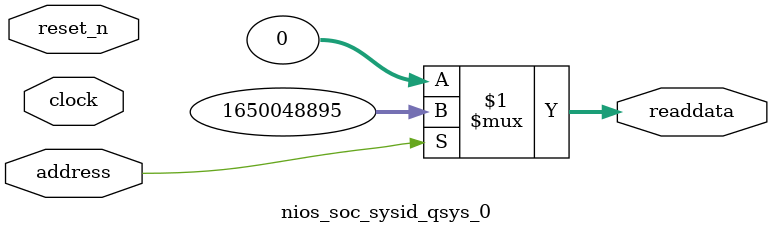
<source format=v>



// synthesis translate_off
`timescale 1ns / 1ps
// synthesis translate_on

// turn off superfluous verilog processor warnings 
// altera message_level Level1 
// altera message_off 10034 10035 10036 10037 10230 10240 10030 

module nios_soc_sysid_qsys_0 (
               // inputs:
                address,
                clock,
                reset_n,

               // outputs:
                readdata
             )
;

  output  [ 31: 0] readdata;
  input            address;
  input            clock;
  input            reset_n;

  wire    [ 31: 0] readdata;
  //control_slave, which is an e_avalon_slave
  assign readdata = address ? 1650048895 : 0;

endmodule



</source>
